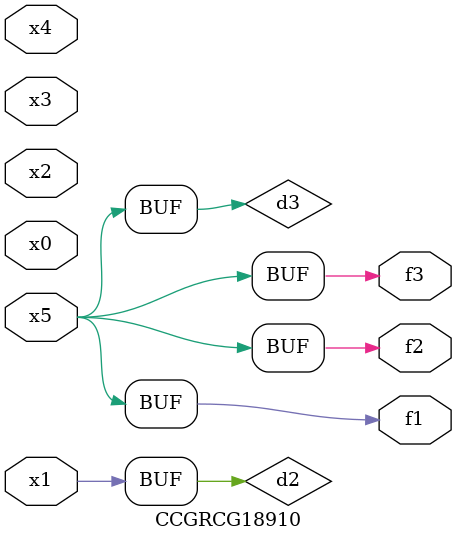
<source format=v>
module CCGRCG18910(
	input x0, x1, x2, x3, x4, x5,
	output f1, f2, f3
);

	wire d1, d2, d3;

	not (d1, x5);
	or (d2, x1);
	xnor (d3, d1);
	assign f1 = d3;
	assign f2 = d3;
	assign f3 = d3;
endmodule

</source>
